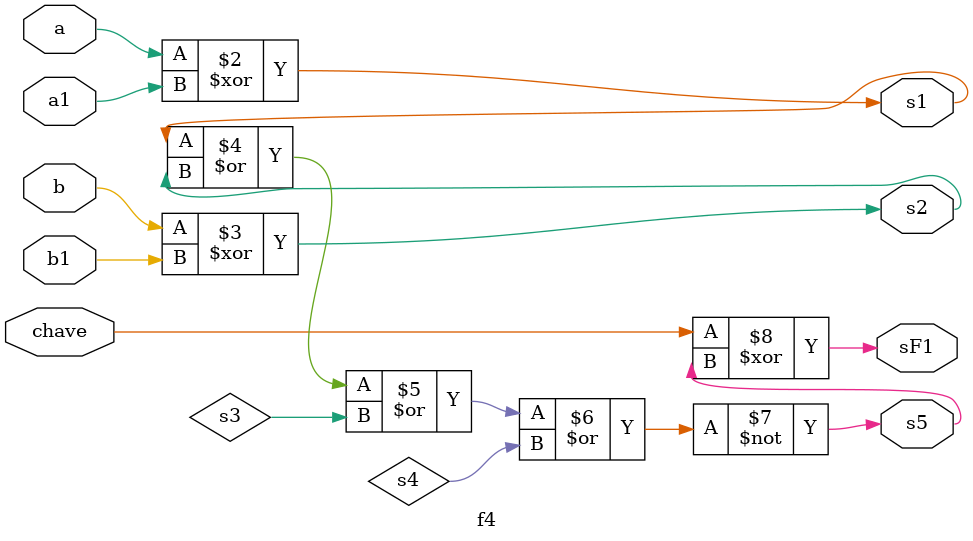
<source format=v>

module f4 (
output s1,
output s2, 
output s5,
output sF1,
input a, 
input b,

input a1, 
input b1,
input chave
); 

xor XOR1 (s1, a, a1);
xor XOR2 (s2, b, b1);

nor NOR1 (s5, s1,s2,s3,s4);
xor XOR1 (sF1, chave,s5);



endmodule // f4 
module test_f4; 
// ------------------------- definir dados 
reg x; 
reg y;
reg v;
reg w;
reg x1; 
reg y1;
reg v1;
reg w1;
reg c; 
wire z1;
wire z2;
wire z3;
wire z4;
wire z5;
wire zF1;
f4 modulo (z1,z2,z5,zF1, v,w,x1, y1, c); 
// ------------------------- parte principal 
initial begin 
$display("Exemplo0036 - Lucas Siqueira Chagas - 380783"); 
$display("Test LU's module"); 

end 
endmodule // test_f4 
</source>
